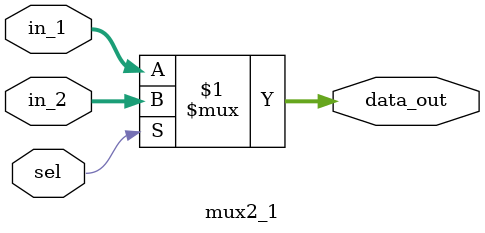
<source format=v>

module mux2_1(in_1, in_2, sel, data_out);

input      [31:0] in_1;
input      [31:0] in_2;
input             sel;
output     [31:0] data_out;

assign data_out = sel ? in_2 : in_1; 

endmodule
</source>
